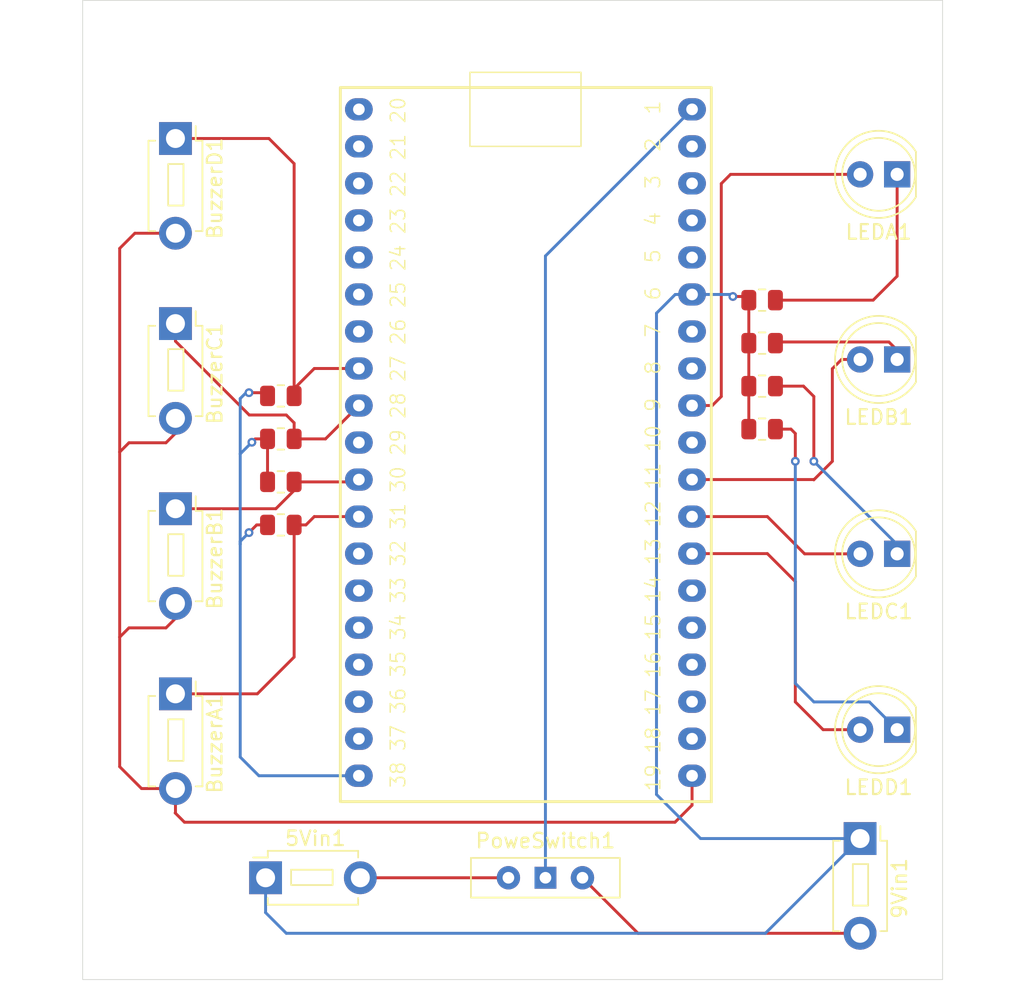
<source format=kicad_pcb>
(kicad_pcb (version 20241229) (generator "pcbnew") (generator_version "9.0")
  (layers (0 "F.Cu" signal) (2 "B.Cu" signal) (13 "F.Paste" user) (15 "B.Paste" user) (5 "F.SilkS" user "F.Silkscreen") (7 "B.SilkS" user "B.Silkscreen") (1 "F.Mask" user) (3 "B.Mask" user) (25 "Edge.Cuts" user))
  (net 0 "")
  (net 1 "Net-(5Vin1-Pad1)")
  (net 2 "Net-(PoweSwitch1-C)")
  (net 3 "Net-(PoweSwitch1-A)")
  (net 4 "Net-(U1-3.3v)")
  (net 5 "Net-(U1-GPIO19)")
  (net 6 "Net-(U1-GPIO18)")
  (net 7 "Net-(U1-GPIO17)")
  (net 8 "Net-(U1-GPIO16)")
  (net 9 "Net-(LEDA1-K)")
  (net 10 "Net-(LEDA1-A)")
  (net 11 "Net-(LEDB1-K)")
  (net 12 "Net-(LEDB1-A)")
  (net 13 "Net-(LEDC1-A)")
  (net 14 "Net-(LEDC1-K)")
  (net 15 "Net-(LEDD1-K)")
  (net 16 "Net-(LEDD1-A)")
  (net 17 "Net-(PoweSwitch1-B)")
  (net 18 "Net-(R1-Pad2)")
  (footprint "MountingHole:MountingHole_3.2mm_M3" (layer "F.Cu") (at 178.308 75.692)
    (property "Reference" "REF**" (hide yes))
    (property "Value" "MountingHole_3.2mm_M3")
    (pad "" np_thru_hole circle (at 0 0) (size 3.2 3.2) (drill 3.2) (layers "*.Cu" "*.Mask"))
  )
  (footprint "Button_Switch_THT:SW_Slide-03_Wuerth-WS-SLTV_10x2.5x6.4_P2.54mm" (layer "F.Cu") (at 154.94 132.08)
    (property "Reference" "PoweSwitch1" (at 0 -2.54 0) (layer "F.SilkS"))
    (property "Value" "SPDT")
    (fp_rect (start -5.11 -1.36) (end 5.11 1.36) (stroke (width 0.12)) (fill no) (layer "F.SilkS"))
    (pad "1" thru_hole rect (at 0 0) (size 1.5 1.5) (drill 0.8) (layers "*.Cu" "*.Mask") (net 17 "Net-(PoweSwitch1-B)"))
    (pad "2" thru_hole circle (at -2.54 0) (size 1.6 1.6) (drill 0.8) (layers "*.Cu" "*.Mask") (net 2 "Net-(PoweSwitch1-C)"))
    (pad "3" thru_hole circle (at 2.54 0) (size 1.6 1.6) (drill 0.8) (layers "*.Cu" "*.Mask") (net 3 "Net-(PoweSwitch1-A)"))
  )
  (footprint "Button_Switch_THT:SW_PUSH_1P1T_6x3.5mm_H4.3_APEM_MJTP1243" (layer "F.Cu") (at 129.556203 94.059885 -90)
    (property "Reference" "BuzzerC1" (at 3.42 -2.7 90) (layer "F.SilkS"))
    (property "Value" "SPST")
    (fp_line (start 0.15 1.85) (end 6.35 1.85) (stroke (width 0.12)) (layer "F.SilkS"))
    (fp_line (start 0.15 1.39) (end 0.15 1.85) (stroke (width 0.12)) (layer "F.SilkS"))
    (fp_line (start 6.35 1.39) (end 6.35 1.85) (stroke (width 0.12)) (layer "F.SilkS"))
    (fp_line (start 0.15 -1.39) (end -0.85 -1.39) (stroke (width 0.12)) (layer "F.SilkS"))
    (fp_line (start 0.15 -1.85) (end 0.15 -1.39) (stroke (width 0.12)) (layer "F.SilkS"))
    (fp_line (start 6.35 -1.85) (end 6.35 -1.39) (stroke (width 0.12)) (layer "F.SilkS"))
    (fp_line (start 6.35 -1.85) (end 0.15 -1.85) (stroke (width 0.12)) (layer "F.SilkS"))
    (fp_rect (start 1.75 -0.55) (end 4.6 0.5) (stroke (width 0.12)) (fill no) (layer "F.SilkS"))
    (pad "1" thru_hole rect (at 0 0) (size 2.25 2.25) (drill 1.3) (layers "*.Cu" "*.Mask") (net 7 "Net-(U1-GPIO17)"))
    (pad "2" thru_hole circle (at 6.5 0) (size 2.25 2.25) (drill 1.3) (layers "*.Cu" "*.Mask") (net 4 "Net-(U1-3.3v)"))
  )
  (footprint "Button_Switch_THT:SW_PUSH_1P1T_6x3.5mm_H4.3_APEM_MJTP1243" (layer "F.Cu") (at 176.53 129.39 -90)
    (property "Reference" "9Vin1" (at 3.42 -2.7 90) (layer "F.SilkS"))
    (property "Value" "Power")
    (fp_line (start 0.15 1.85) (end 6.35 1.85) (stroke (width 0.12)) (layer "F.SilkS"))
    (fp_line (start 0.15 1.39) (end 0.15 1.85) (stroke (width 0.12)) (layer "F.SilkS"))
    (fp_line (start 6.35 1.39) (end 6.35 1.85) (stroke (width 0.12)) (layer "F.SilkS"))
    (fp_line (start 0.15 -1.39) (end -0.85 -1.39) (stroke (width 0.12)) (layer "F.SilkS"))
    (fp_line (start 0.15 -1.85) (end 0.15 -1.39) (stroke (width 0.12)) (layer "F.SilkS"))
    (fp_line (start 6.35 -1.85) (end 6.35 -1.39) (stroke (width 0.12)) (layer "F.SilkS"))
    (fp_line (start 6.35 -1.85) (end 0.15 -1.85) (stroke (width 0.12)) (layer "F.SilkS"))
    (fp_rect (start 1.75 -0.55) (end 4.6 0.5) (stroke (width 0.12)) (fill no) (layer "F.SilkS"))
    (pad "1" thru_hole rect (at 0 0) (size 2.25 2.25) (drill 1.3) (layers "*.Cu" "*.Mask") (net 1 "Net-(5Vin1-Pad1)"))
    (pad "2" thru_hole circle (at 6.5 0) (size 2.25 2.25) (drill 1.3) (layers "*.Cu" "*.Mask") (net 3 "Net-(PoweSwitch1-A)"))
  )
  (footprint "MountingHole:MountingHole_3.2mm_M3" (layer "F.Cu") (at 127 135.128)
    (property "Reference" "REF**" (hide yes))
    (property "Value" "MountingHole_3.2mm_M3")
    (pad "" np_thru_hole circle (at 0 0) (size 3.2 3.2) (drill 3.2) (layers "*.Cu" "*.Mask"))
  )
  (footprint "Resistor_SMD:R_0805_2012Metric" (layer "F.Cu") (at 169.806297 95.400115)
    (property "Reference" "R6" (hide yes))
    (property "Value" "220R" (hide yes))
    (fp_line (start -0.227064 -0.735) (end 0.227064 -0.735) (stroke (width 0.12)) (layer "F.SilkS"))
    (fp_line (start -0.227064 0.735) (end 0.227064 0.735) (stroke (width 0.12)) (layer "F.SilkS"))
    (pad "1" smd roundrect (at -0.9125 0) (size 1.025 1.4) (layers "F.Cu" "F.Mask" "F.Paste") (roundrect_rratio 0.243902) (net 1 "Net-(5Vin1-Pad1)"))
    (pad "2" smd roundrect (at 0.9125 0) (size 1.025 1.4) (layers "F.Cu" "F.Mask" "F.Paste") (roundrect_rratio 0.243902) (net 11 "Net-(LEDB1-K)"))
  )
  (footprint "Resistor_SMD:R_0805_2012Metric" (layer "F.Cu") (at 169.806297 92.450115)
    (property "Reference" "R5" (hide yes))
    (property "Value" "220R" (hide yes))
    (fp_line (start -0.227064 -0.735) (end 0.227064 -0.735) (stroke (width 0.12)) (layer "F.SilkS"))
    (fp_line (start -0.227064 0.735) (end 0.227064 0.735) (stroke (width 0.12)) (layer "F.SilkS"))
    (pad "1" smd roundrect (at -0.9125 0) (size 1.025 1.4) (layers "F.Cu" "F.Mask" "F.Paste") (roundrect_rratio 0.243902) (net 1 "Net-(5Vin1-Pad1)"))
    (pad "2" smd roundrect (at 0.9125 0) (size 1.025 1.4) (layers "F.Cu" "F.Mask" "F.Paste") (roundrect_rratio 0.243902) (net 9 "Net-(LEDA1-K)"))
  )
  (footprint "LED_THT:LED_D5.0mm" (layer "F.Cu") (at 179.07 96.52 180)
    (property "Reference" "LEDB1" (at 1.27 -3.96 0) (layer "F.SilkS"))
    (property "Value" "~")
    (fp_line (start -1.29 -1.545) (end -1.29 1.545) (stroke (width 0.12)) (layer "F.SilkS"))
    (fp_arc (start 4.26 0) (mid 2.071779 2.880495) (end -1.29 1.54483) (stroke (width 0.12)) (layer "F.SilkS"))
    (fp_arc (start -1.29 -1.54483) (mid 2.071779 -2.880495) (end 4.26 0) (stroke (width 0.12)) (layer "F.SilkS"))
    (fp_circle (center 1.27 0) (end 3.77 0) (stroke (width 0.12)) (fill no) (layer "F.SilkS"))
    (pad "1" thru_hole rect (at 0 0 180) (size 1.8 1.8) (drill 0.9) (layers "*.Cu" "*.Mask") (net 11 "Net-(LEDB1-K)"))
    (pad "2" thru_hole circle (at 2.54 0 180) (size 1.8 1.8) (drill 0.9) (layers "*.Cu" "*.Mask") (net 12 "Net-(LEDB1-A)"))
  )
  (footprint "Resistor_SMD:R_0805_2012Metric" (layer "F.Cu") (at 169.806297 98.350115)
    (property "Reference" "R7" (hide yes))
    (property "Value" "220R" (hide yes))
    (fp_line (start -0.227064 -0.735) (end 0.227064 -0.735) (stroke (width 0.12)) (layer "F.SilkS"))
    (fp_line (start -0.227064 0.735) (end 0.227064 0.735) (stroke (width 0.12)) (layer "F.SilkS"))
    (pad "1" smd roundrect (at -0.9125 0) (size 1.025 1.4) (layers "F.Cu" "F.Mask" "F.Paste") (roundrect_rratio 0.243902) (net 1 "Net-(5Vin1-Pad1)"))
    (pad "2" smd roundrect (at 0.9125 0) (size 1.025 1.4) (layers "F.Cu" "F.Mask" "F.Paste") (roundrect_rratio 0.243902) (net 14 "Net-(LEDC1-K)"))
  )
  (footprint "Resistor_SMD:R_0805_2012Metric" (layer "F.Cu") (at 136.786297 99.020115 180)
    (property "Reference" "R4" (hide yes))
    (property "Value" "220R" (hide yes))
    (fp_line (start -0.227064 0.735) (end 0.227064 0.735) (stroke (width 0.12)) (layer "F.SilkS"))
    (fp_line (start -0.227064 -0.735) (end 0.227064 -0.735) (stroke (width 0.12)) (layer "F.SilkS"))
    (pad "1" smd roundrect (at -0.9125 0 180) (size 1.025 1.4) (layers "F.Cu" "F.Mask" "F.Paste") (roundrect_rratio 0.243902) (net 8 "Net-(U1-GPIO16)"))
    (pad "2" smd roundrect (at 0.9125 0 180) (size 1.025 1.4) (layers "F.Cu" "F.Mask" "F.Paste") (roundrect_rratio 0.243902) (net 18 "Net-(R1-Pad2)"))
  )
  (footprint "LED_THT:LED_D5.0mm" (layer "F.Cu") (at 179.07 83.82 180)
    (property "Reference" "LEDA1" (at 1.27 -3.96 0) (layer "F.SilkS"))
    (property "Value" "~")
    (fp_line (start -1.29 -1.545) (end -1.29 1.545) (stroke (width 0.12)) (layer "F.SilkS"))
    (fp_arc (start 4.26 0) (mid 2.071779 2.880495) (end -1.29 1.54483) (stroke (width 0.12)) (layer "F.SilkS"))
    (fp_arc (start -1.29 -1.54483) (mid 2.071779 -2.880495) (end 4.26 0) (stroke (width 0.12)) (layer "F.SilkS"))
    (fp_circle (center 1.27 0) (end 3.77 0) (stroke (width 0.12)) (fill no) (layer "F.SilkS"))
    (pad "1" thru_hole rect (at 0 0 180) (size 1.8 1.8) (drill 0.9) (layers "*.Cu" "*.Mask") (net 9 "Net-(LEDA1-K)"))
    (pad "2" thru_hole circle (at 2.54 0 180) (size 1.8 1.8) (drill 0.9) (layers "*.Cu" "*.Mask") (net 10 "Net-(LEDA1-A)"))
  )
  (footprint "LED_THT:LED_D5.0mm" (layer "F.Cu") (at 179.07 109.855 180)
    (property "Reference" "LEDC1" (at 1.27 -3.96 0) (layer "F.SilkS"))
    (property "Value" "~")
    (fp_line (start -1.29 -1.545) (end -1.29 1.545) (stroke (width 0.12)) (layer "F.SilkS"))
    (fp_arc (start 4.26 0) (mid 2.071779 2.880495) (end -1.29 1.54483) (stroke (width 0.12)) (layer "F.SilkS"))
    (fp_arc (start -1.29 -1.54483) (mid 2.071779 -2.880495) (end 4.26 0) (stroke (width 0.12)) (layer "F.SilkS"))
    (fp_circle (center 1.27 0) (end 3.77 0) (stroke (width 0.12)) (fill no) (layer "F.SilkS"))
    (pad "1" thru_hole rect (at 0 0 180) (size 1.8 1.8) (drill 0.9) (layers "*.Cu" "*.Mask") (net 14 "Net-(LEDC1-K)"))
    (pad "2" thru_hole circle (at 2.54 0 180) (size 1.8 1.8) (drill 0.9) (layers "*.Cu" "*.Mask") (net 13 "Net-(LEDC1-A)"))
  )
  (footprint "ESP32:ESP32_38pin" (layer "F.Cu") (at 153.456183 102.385111 180)
    (property "Reference" "U1" (hide yes))
    (property "Value" "~")
    (fp_rect (start -3.923817 20.485111) (end 3.696183 25.565111) (stroke (width 0.1)) (fill no) (layer "F.SilkS"))
    (fp_rect (start -12.865114 -24.470004) (end 12.586183 24.521298) (stroke (width 0.2)) (fill no) (layer "F.SilkS"))
    (fp_text user "38 37 36 35 34 33 32 31 30 29 28 27 26 25 24 23 22 21 20" (at 8.040472 -23.602831 90) (layer "F.SilkS") (effects (font (size 1 0.95) (thickness 0.1)) (justify left bottom)))
    (fp_text user "19 18 17 16 15 14 13 12 11 10" (at -9.456926 -23.821627 90) (layer "F.SilkS") (effects (font (size 1 0.97) (thickness 0.1)) (justify left bottom)))
    (fp_text user "  9  8  7  6  5  4  3  2  1" (at -9.445416 0.623035 90) (layer "F.SilkS") (effects (font (size 1 1.03) (thickness 0.1)) (justify left bottom)))
    (pad "1" thru_hole oval (at -11.543817 23.025111 90) (size 1.524 1.9) (drill 0.8) (layers "*.Cu" "*.Mask") (net 17 "Net-(PoweSwitch1-B)"))
    (pad "2" thru_hole oval (at -11.543817 20.485111 90) (size 1.524 1.9) (drill 0.8) (layers "*.Cu" "*.Mask"))
    (pad "3" thru_hole oval (at -11.543817 17.945111 90) (size 1.524 1.9) (drill 0.8) (layers "*.Cu" "*.Mask"))
    (pad "4" thru_hole oval (at -11.543817 15.405111 90) (size 1.524 1.9) (drill 0.8) (layers "*.Cu" "*.Mask"))
    (pad "5" thru_hole oval (at -11.543817 12.865111 90) (size 1.524 1.9) (drill 0.8) (layers "*.Cu" "*.Mask"))
    (pad "6" thru_hole oval (at -11.543817 10.325111 90) (size 1.524 1.9) (drill 0.8) (layers "*.Cu" "*.Mask") (net 1 "Net-(5Vin1-Pad1)"))
    (pad "7" thru_hole oval (at -11.543817 7.785111 90) (size 1.524 1.9) (drill 0.8) (layers "*.Cu" "*.Mask"))
    (pad "8" thru_hole oval (at -11.543817 5.245111 90) (size 1.524 1.9) (drill 0.8) (layers "*.Cu" "*.Mask"))
    (pad "9" thru_hole oval (at -11.543817 2.705111 90) (size 1.524 1.9) (drill 0.8) (layers "*.Cu" "*.Mask") (net 10 "Net-(LEDA1-A)"))
    (pad "10" thru_hole oval (at -11.543817 0.165111 90) (size 1.524 1.9) (drill 0.8) (layers "*.Cu" "*.Mask"))
    (pad "11" thru_hole oval (at -11.543817 -2.374889 90) (size 1.524 1.9) (drill 0.8) (layers "*.Cu" "*.Mask") (net 12 "Net-(LEDB1-A)"))
    (pad "12" thru_hole oval (at -11.543817 -4.914889 90) (size 1.524 1.9) (drill 0.8) (layers "*.Cu" "*.Mask") (net 13 "Net-(LEDC1-A)"))
    (pad "13" thru_hole oval (at -11.543817 -7.454889 90) (size 1.524 1.9) (drill 0.8) (layers "*.Cu" "*.Mask") (net 16 "Net-(LEDD1-A)"))
    (pad "14" thru_hole oval (at -11.543817 -9.994889 90) (size 1.524 1.9) (drill 0.8) (layers "*.Cu" "*.Mask"))
    (pad "15" thru_hole oval (at -11.543817 -12.534889 90) (size 1.524 1.9) (drill 0.8) (layers "*.Cu" "*.Mask"))
    (pad "16" thru_hole oval (at -11.543817 -15.074889 90) (size 1.524 1.9) (drill 0.8) (layers "*.Cu" "*.Mask"))
    (pad "17" thru_hole oval (at -11.543817 -17.614889 90) (size 1.524 1.9) (drill 0.8) (layers "*.Cu" "*.Mask"))
    (pad "18" thru_hole oval (at -11.543817 -20.154889 90) (size 1.524 1.9) (drill 0.8) (layers "*.Cu" "*.Mask"))
    (pad "19" thru_hole oval (at -11.543817 -22.694889 90) (size 1.524 1.9) (drill 0.8) (layers "*.Cu" "*.Mask") (net 4 "Net-(U1-3.3v)"))
    (pad "20" thru_hole oval (at 11.316183 23.025111 90) (size 1.524 1.9) (drill 0.8) (layers "*.Cu" "*.Mask"))
    (pad "21" thru_hole oval (at 11.316183 20.485111 90) (size 1.524 1.9) (drill 0.8) (layers "*.Cu" "*.Mask"))
    (pad "22" thru_hole oval (at 11.316183 17.945111 90) (size 1.524 1.9) (drill 0.8) (layers "*.Cu" "*.Mask"))
    (pad "23" thru_hole oval (at 11.316183 15.405111 90) (size 1.524 1.9) (drill 0.8) (layers "*.Cu" "*.Mask"))
    (pad "24" thru_hole oval (at 11.316183 12.865111 90) (size 1.524 1.9) (drill 0.8) (layers "*.Cu" "*.Mask"))
    (pad "25" thru_hole oval (at 11.316183 10.325111 90) (size 1.524 1.9) (drill 0.8) (layers "*.Cu" "*.Mask"))
    (pad "26" thru_hole oval (at 11.316183 7.785111 90) (size 1.524 1.9) (drill 0.8) (layers "*.Cu" "*.Mask"))
    (pad "27" thru_hole oval (at 11.316183 5.245111 90) (size 1.524 1.9) (drill 0.8) (layers "*.Cu" "*.Mask") (net 8 "Net-(U1-GPIO16)"))
    (pad "28" thru_hole oval (at 11.316183 2.705111 90) (size 1.524 1.9) (drill 0.8) (layers "*.Cu" "*.Mask") (net 7 "Net-(U1-GPIO17)"))
    (pad "29" thru_hole oval (at 11.316183 0.165111 90) (size 1.524 1.9) (drill 0.8) (layers "*.Cu" "*.Mask"))
    (pad "30" thru_hole oval (at 11.316183 -2.374889 90) (size 1.524 1.9) (drill 0.8) (layers "*.Cu" "*.Mask") (net 6 "Net-(U1-GPIO18)"))
    (pad "31" thru_hole oval (at 11.316183 -4.914889 90) (size 1.524 1.9) (drill 0.8) (layers "*.Cu" "*.Mask") (net 5 "Net-(U1-GPIO19)"))
    (pad "32" thru_hole oval (at 11.316183 -7.454889 90) (size 1.524 1.9) (drill 0.8) (layers "*.Cu" "*.Mask"))
    (pad "33" thru_hole oval (at 11.316183 -9.994889 90) (size 1.524 1.9) (drill 0.8) (layers "*.Cu" "*.Mask"))
    (pad "34" thru_hole oval (at 11.316183 -12.534889 90) (size 1.524 1.9) (drill 0.8) (layers "*.Cu" "*.Mask"))
    (pad "35" thru_hole oval (at 11.316183 -15.074889 90) (size 1.524 1.9) (drill 0.8) (layers "*.Cu" "*.Mask"))
    (pad "36" thru_hole oval (at 11.316183 -17.614889 90) (size 1.524 1.9) (drill 0.8) (layers "*.Cu" "*.Mask"))
    (pad "37" thru_hole oval (at 11.316183 -20.154889 90) (size 1.524 1.9) (drill 0.8) (layers "*.Cu" "*.Mask"))
    (pad "38" thru_hole oval (at 11.316183 -22.694889 90) (size 1.524 1.9) (drill 0.8) (layers "*.Cu" "*.Mask") (net 18 "Net-(R1-Pad2)"))
  )
  (footprint "Resistor_SMD:R_0805_2012Metric" (layer "F.Cu") (at 136.786297 107.870115 180)
    (property "Reference" "R1" (hide yes))
    (property "Value" "220R" (hide yes))
    (fp_line (start -0.227064 0.735) (end 0.227064 0.735) (stroke (width 0.12)) (layer "F.SilkS"))
    (fp_line (start -0.227064 -0.735) (end 0.227064 -0.735) (stroke (width 0.12)) (layer "F.SilkS"))
    (pad "1" smd roundrect (at -0.9125 0 180) (size 1.025 1.4) (layers "F.Cu" "F.Mask" "F.Paste") (roundrect_rratio 0.243902) (net 5 "Net-(U1-GPIO19)"))
    (pad "2" smd roundrect (at 0.9125 0 180) (size 1.025 1.4) (layers "F.Cu" "F.Mask" "F.Paste") (roundrect_rratio 0.243902) (net 18 "Net-(R1-Pad2)"))
  )
  (footprint "LED_THT:LED_D5.0mm" (layer "F.Cu") (at 179.07 121.92 180)
    (property "Reference" "LEDD1" (at 1.27 -3.96 0) (layer "F.SilkS"))
    (property "Value" "~")
    (fp_line (start -1.29 -1.545) (end -1.29 1.545) (stroke (width 0.12)) (layer "F.SilkS"))
    (fp_arc (start 4.26 0) (mid 2.071779 2.880495) (end -1.29 1.54483) (stroke (width 0.12)) (layer "F.SilkS"))
    (fp_arc (start -1.29 -1.54483) (mid 2.071779 -2.880495) (end 4.26 0) (stroke (width 0.12)) (layer "F.SilkS"))
    (fp_circle (center 1.27 0) (end 3.77 0) (stroke (width 0.12)) (fill no) (layer "F.SilkS"))
    (pad "1" thru_hole rect (at 0 0 180) (size 1.8 1.8) (drill 0.9) (layers "*.Cu" "*.Mask") (net 15 "Net-(LEDD1-K)"))
    (pad "2" thru_hole circle (at 2.54 0 180) (size 1.8 1.8) (drill 0.9) (layers "*.Cu" "*.Mask") (net 16 "Net-(LEDD1-A)"))
  )
  (footprint "Button_Switch_THT:SW_PUSH_1P1T_6x3.5mm_H4.3_APEM_MJTP1243" (layer "F.Cu") (at 135.74 132.08)
    (property "Reference" "5Vin1" (at 3.42 -2.7 0) (layer "F.SilkS"))
    (property "Value" "Power")
    (fp_line (start 0.15 -1.85) (end 0.15 -1.39) (stroke (width 0.12)) (layer "F.SilkS"))
    (fp_line (start 0.15 -1.39) (end -0.85 -1.39) (stroke (width 0.12)) (layer "F.SilkS"))
    (fp_line (start 0.15 1.39) (end 0.15 1.85) (stroke (width 0.12)) (layer "F.SilkS"))
    (fp_line (start 0.15 1.85) (end 6.35 1.85) (stroke (width 0.12)) (layer "F.SilkS"))
    (fp_line (start 6.35 -1.85) (end 0.15 -1.85) (stroke (width 0.12)) (layer "F.SilkS"))
    (fp_line (start 6.35 -1.85) (end 6.35 -1.39) (stroke (width 0.12)) (layer "F.SilkS"))
    (fp_line (start 6.35 1.39) (end 6.35 1.85) (stroke (width 0.12)) (layer "F.SilkS"))
    (fp_rect (start 1.75 -0.55) (end 4.6 0.5) (stroke (width 0.12)) (fill no) (layer "F.SilkS"))
    (pad "1" thru_hole rect (at 0 0 90) (size 2.25 2.25) (drill 1.3) (layers "*.Cu" "*.Mask") (net 1 "Net-(5Vin1-Pad1)"))
    (pad "2" thru_hole circle (at 6.5 0 90) (size 2.25 2.25) (drill 1.3) (layers "*.Cu" "*.Mask") (net 2 "Net-(PoweSwitch1-C)"))
  )
  (footprint "Button_Switch_THT:SW_PUSH_1P1T_6x3.5mm_H4.3_APEM_MJTP1243" (layer "F.Cu") (at 129.556203 106.759885 -90)
    (property "Reference" "BuzzerB1" (at 3.42 -2.7 90) (layer "F.SilkS"))
    (property "Value" "SPST")
    (fp_line (start 0.15 1.85) (end 6.35 1.85) (stroke (width 0.12)) (layer "F.SilkS"))
    (fp_line (start 0.15 1.39) (end 0.15 1.85) (stroke (width 0.12)) (layer "F.SilkS"))
    (fp_line (start 6.35 1.39) (end 6.35 1.85) (stroke (width 0.12)) (layer "F.SilkS"))
    (fp_line (start 0.15 -1.39) (end -0.85 -1.39) (stroke (width 0.12)) (layer "F.SilkS"))
    (fp_line (start 0.15 -1.85) (end 0.15 -1.39) (stroke (width 0.12)) (layer "F.SilkS"))
    (fp_line (start 6.35 -1.85) (end 6.35 -1.39) (stroke (width 0.12)) (layer "F.SilkS"))
    (fp_line (start 6.35 -1.85) (end 0.15 -1.85) (stroke (width 0.12)) (layer "F.SilkS"))
    (fp_rect (start 1.75 -0.55) (end 4.6 0.5) (stroke (width 0.12)) (fill no) (layer "F.SilkS"))
    (pad "1" thru_hole rect (at 0 0) (size 2.25 2.25) (drill 1.3) (layers "*.Cu" "*.Mask") (net 6 "Net-(U1-GPIO18)"))
    (pad "2" thru_hole circle (at 6.5 0) (size 2.25 2.25) (drill 1.3) (layers "*.Cu" "*.Mask") (net 4 "Net-(U1-3.3v)"))
  )
  (footprint "Resistor_SMD:R_0805_2012Metric" (layer "F.Cu") (at 136.786297 101.970115 180)
    (property "Reference" "R3" (hide yes))
    (property "Value" "220R" (hide yes))
    (fp_line (start -0.227064 0.735) (end 0.227064 0.735) (stroke (width 0.12)) (layer "F.SilkS"))
    (fp_line (start -0.227064 -0.735) (end 0.227064 -0.735) (stroke (width 0.12)) (layer "F.SilkS"))
    (pad "1" smd roundrect (at -0.9125 0 180) (size 1.025 1.4) (layers "F.Cu" "F.Mask" "F.Paste") (roundrect_rratio 0.243902) (net 7 "Net-(U1-GPIO17)"))
    (pad "2" smd roundrect (at 0.9125 0 180) (size 1.025 1.4) (layers "F.Cu" "F.Mask" "F.Paste") (roundrect_rratio 0.243902) (net 18 "Net-(R1-Pad2)"))
  )
  (footprint "Button_Switch_THT:SW_PUSH_1P1T_6x3.5mm_H4.3_APEM_MJTP1243" (layer "F.Cu") (at 129.556203 81.359885 -90)
    (property "Reference" "BuzzerD1" (at 3.42 -2.7 90) (layer "F.SilkS"))
    (property "Value" "SPST")
    (fp_line (start 0.15 1.85) (end 6.35 1.85) (stroke (width 0.12)) (layer "F.SilkS"))
    (fp_line (start 0.15 1.39) (end 0.15 1.85) (stroke (width 0.12)) (layer "F.SilkS"))
    (fp_line (start 6.35 1.39) (end 6.35 1.85) (stroke (width 0.12)) (layer "F.SilkS"))
    (fp_line (start 0.15 -1.39) (end -0.85 -1.39) (stroke (width 0.12)) (layer "F.SilkS"))
    (fp_line (start 0.15 -1.85) (end 0.15 -1.39) (stroke (width 0.12)) (layer "F.SilkS"))
    (fp_line (start 6.35 -1.85) (end 6.35 -1.39) (stroke (width 0.12)) (layer "F.SilkS"))
    (fp_line (start 6.35 -1.85) (end 0.15 -1.85) (stroke (width 0.12)) (layer "F.SilkS"))
    (fp_rect (start 1.75 -0.55) (end 4.6 0.5) (stroke (width 0.12)) (fill no) (layer "F.SilkS"))
    (pad "1" thru_hole rect (at 0 0) (size 2.25 2.25) (drill 1.3) (layers "*.Cu" "*.Mask") (net 8 "Net-(U1-GPIO16)"))
    (pad "2" thru_hole circle (at 6.5 0) (size 2.25 2.25) (drill 1.3) (layers "*.Cu" "*.Mask") (net 4 "Net-(U1-3.3v)"))
  )
  (footprint "Resistor_SMD:R_0805_2012Metric" (layer "F.Cu") (at 136.786297 104.920115 180)
    (property "Reference" "R2" (hide yes))
    (property "Value" "220R" (hide yes))
    (fp_line (start -0.227064 0.735) (end 0.227064 0.735) (stroke (width 0.12)) (layer "F.SilkS"))
    (fp_line (start -0.227064 -0.735) (end 0.227064 -0.735) (stroke (width 0.12)) (layer "F.SilkS"))
    (pad "1" smd roundrect (at -0.9125 0 180) (size 1.025 1.4) (layers "F.Cu" "F.Mask" "F.Paste") (roundrect_rratio 0.243902) (net 6 "Net-(U1-GPIO18)"))
    (pad "2" smd roundrect (at 0.9125 0 180) (size 1.025 1.4) (layers "F.Cu" "F.Mask" "F.Paste") (roundrect_rratio 0.243902) (net 18 "Net-(R1-Pad2)"))
  )
  (footprint "MountingHole:MountingHole_3.2mm_M3" (layer "F.Cu") (at 127 75.692)
    (property "Reference" "REF**" (hide yes))
    (property "Value" "MountingHole_3.2mm_M3")
    (pad "" np_thru_hole circle (at 0 0) (size 3.2 3.2) (drill 3.2) (layers "*.Cu" "*.Mask"))
  )
  (footprint "Button_Switch_THT:SW_PUSH_1P1T_6x3.5mm_H4.3_APEM_MJTP1243" (layer "F.Cu") (at 129.556203 119.459885 -90)
    (property "Reference" "BuzzerA1" (at 3.42 -2.7 90) (layer "F.SilkS"))
    (property "Value" "SPST")
    (fp_line (start 0.15 1.85) (end 6.35 1.85) (stroke (width 0.12)) (layer "F.SilkS"))
    (fp_line (start 0.15 1.39) (end 0.15 1.85) (stroke (width 0.12)) (layer "F.SilkS"))
    (fp_line (start 6.35 1.39) (end 6.35 1.85) (stroke (width 0.12)) (layer "F.SilkS"))
    (fp_line (start 0.15 -1.39) (end -0.85 -1.39) (stroke (width 0.12)) (layer "F.SilkS"))
    (fp_line (start 0.15 -1.85) (end 0.15 -1.39) (stroke (width 0.12)) (layer "F.SilkS"))
    (fp_line (start 6.35 -1.85) (end 6.35 -1.39) (stroke (width 0.12)) (layer "F.SilkS"))
    (fp_line (start 6.35 -1.85) (end 0.15 -1.85) (stroke (width 0.12)) (layer "F.SilkS"))
    (fp_rect (start 1.75 -0.55) (end 4.6 0.5) (stroke (width 0.12)) (fill no) (layer "F.SilkS"))
    (pad "1" thru_hole rect (at 0 0) (size 2.25 2.25) (drill 1.3) (layers "*.Cu" "*.Mask") (net 5 "Net-(U1-GPIO19)"))
    (pad "2" thru_hole circle (at 6.5 0) (size 2.25 2.25) (drill 1.3) (layers "*.Cu" "*.Mask") (net 4 "Net-(U1-3.3v)"))
  )
  (footprint "Resistor_SMD:R_0805_2012Metric" (layer "F.Cu") (at 169.806297 101.300115)
    (property "Reference" "R8" (hide yes))
    (property "Value" "220R" (hide yes))
    (fp_line (start -0.227064 -0.735) (end 0.227064 -0.735) (stroke (width 0.12)) (layer "F.SilkS"))
    (fp_line (start -0.227064 0.735) (end 0.227064 0.735) (stroke (width 0.12)) (layer "F.SilkS"))
    (pad "1" smd roundrect (at -0.9125 0) (size 1.025 1.4) (layers "F.Cu" "F.Mask" "F.Paste") (roundrect_rratio 0.243902) (net 1 "Net-(5Vin1-Pad1)"))
    (pad "2" smd roundrect (at 0.9125 0) (size 1.025 1.4) (layers "F.Cu" "F.Mask" "F.Paste") (roundrect_rratio 0.243902) (net 15 "Net-(LEDD1-K)"))
  )
  (gr_rect (start 123.19 71.882) (end 182.19 139.065) (stroke (width 0.05)) (fill no) (layer "Edge.Cuts"))
  (segment (start 167.8 92.2) (end 168.643682 92.2) (width 0.2) (layer "F.Cu") (net 1))
  (segment (start 168.893797 101.300115) (end 168.893797 92.450115) (width 0.2) (layer "F.Cu") (net 1))
  (segment (start 168.643682 92.2) (end 168.893797 92.450115) (width 0.2) (layer "F.Cu") (net 1))
  (via (at 167.8 92.2) (size 0.6) (drill 0.3) (layers "F.Cu" "B.Cu") (net 1))
  (segment (start 162.56 93.345) (end 163.845 92.06) (width 0.2) (layer "B.Cu") (net 1))
  (segment (start 165.585 129.39) (end 162.56 126.365) (width 0.2) (layer "B.Cu") (net 1))
  (segment (start 135.74 134.47) (end 137.16 135.89) (width 0.2) (layer "B.Cu") (net 1))
  (segment (start 176.53 129.39) (end 165.585 129.39) (width 0.2) (layer "B.Cu") (net 1))
  (segment (start 135.74 132.08) (end 135.74 134.47) (width 0.2) (layer "B.Cu") (net 1))
  (segment (start 165 92.06) (end 167.66 92.06) (width 0.2) (layer "B.Cu") (net 1))
  (segment (start 137.16 135.89) (end 170.03 135.89) (width 0.2) (layer "B.Cu") (net 1))
  (segment (start 162.56 126.365) (end 162.56 93.345) (width 0.2) (layer "B.Cu") (net 1))
  (segment (start 167.66 92.06) (end 167.8 92.2) (width 0.2) (layer "B.Cu") (net 1))
  (segment (start 163.845 92.06) (end 165 92.06) (width 0.2) (layer "B.Cu") (net 1))
  (segment (start 170.03 135.89) (end 176.53 129.39) (width 0.2) (layer "B.Cu") (net 1))
  (segment (start 142.24 132.08) (end 152.4 132.08) (width 0.2) (layer "F.Cu") (net 2))
  (segment (start 161.29 135.89) (end 157.48 132.08) (width 0.2) (layer "F.Cu") (net 3))
  (segment (start 176.53 135.89) (end 161.29 135.89) (width 0.2) (layer "F.Cu") (net 3))
  (segment (start 129.556203 127.618797) (end 129.54 127.635) (width 0.2) (layer "F.Cu") (net 4))
  (segment (start 165 127.1) (end 165 125.08) (width 0.2) (layer "F.Cu") (net 4))
  (segment (start 129.556203 101.583797) (end 128.905 102.235) (width 0.2) (layer "F.Cu") (net 4))
  (segment (start 129.556203 113.259885) (end 129.556203 114.283797) (width 0.2) (layer "F.Cu") (net 4))
  (segment (start 128.905 102.235) (end 126.365 102.235) (width 0.2) (layer "F.Cu") (net 4))
  (segment (start 130.175 128.27) (end 163.83 128.27) (width 0.2) (layer "F.Cu") (net 4))
  (segment (start 129.556203 125.959885) (end 127.229885 125.959885) (width 0.2) (layer "F.Cu") (net 4))
  (segment (start 125.73 115.57) (end 125.73 102.87) (width 0.2) (layer "F.Cu") (net 4))
  (segment (start 129.556203 100.559885) (end 129.556203 101.583797) (width 0.2) (layer "F.Cu") (net 4))
  (segment (start 129.54 127.635) (end 130.175 128.27) (width 0.2) (layer "F.Cu") (net 4))
  (segment (start 126.365 114.935) (end 125.73 115.57) (width 0.2) (layer "F.Cu") (net 4))
  (segment (start 163.83 128.27) (end 165 127.1) (width 0.2) (layer "F.Cu") (net 4))
  (segment (start 126.770115 87.859885) (end 129.556203 87.859885) (width 0.2) (layer "F.Cu") (net 4))
  (segment (start 129.556203 125.959885) (end 129.556203 127.618797) (width 0.2) (layer "F.Cu") (net 4))
  (segment (start 128.905 114.935) (end 126.365 114.935) (width 0.2) (layer "F.Cu") (net 4))
  (segment (start 126.365 102.235) (end 125.73 102.87) (width 0.2) (layer "F.Cu") (net 4))
  (segment (start 125.73 102.87) (end 125.73 88.9) (width 0.2) (layer "F.Cu") (net 4))
  (segment (start 127.229885 125.959885) (end 125.73 124.46) (width 0.2) (layer "F.Cu") (net 4))
  (segment (start 129.556203 114.283797) (end 128.905 114.935) (width 0.2) (layer "F.Cu") (net 4))
  (segment (start 125.73 88.9) (end 126.770115 87.859885) (width 0.2) (layer "F.Cu") (net 4))
  (segment (start 125.73 124.46) (end 125.73 115.57) (width 0.2) (layer "F.Cu") (net 4))
  (segment (start 139.08 107.3) (end 142.14 107.3) (width 0.2) (layer "F.Cu") (net 5))
  (segment (start 137.698797 107.870115) (end 138.509885 107.870115) (width 0.2) (layer "F.Cu") (net 5))
  (segment (start 135.175115 119.459885) (end 129.556203 119.459885) (width 0.2) (layer "F.Cu") (net 5))
  (segment (start 137.698797 116.936203) (end 135.175115 119.459885) (width 0.2) (layer "F.Cu") (net 5))
  (segment (start 137.698797 107.870115) (end 137.698797 116.936203) (width 0.2) (layer "F.Cu") (net 5))
  (segment (start 138.509885 107.870115) (end 139.08 107.3) (width 0.2) (layer "F.Cu") (net 5))
  (segment (start 137.698797 104.920115) (end 141.979885 104.920115) (width 0.2) (layer "F.Cu") (net 6))
  (segment (start 137.698797 104.920115) (end 137.698797 105.506203) (width 0.2) (layer "F.Cu") (net 6))
  (segment (start 136.445115 106.759885) (end 129.556203 106.759885) (width 0.2) (layer "F.Cu") (net 6))
  (segment (start 137.698797 105.506203) (end 136.445115 106.759885) (width 0.2) (layer "F.Cu") (net 6))
  (segment (start 141.979885 104.920115) (end 142.14 104.76) (width 0.2) (layer "F.Cu") (net 6))
  (segment (start 137.698797 100.868797) (end 137.16 100.33) (width 0.2) (layer "F.Cu") (net 7))
  (segment (start 137.698797 101.970115) (end 139.849885 101.970115) (width 0.2) (layer "F.Cu") (net 7))
  (segment (start 137.16 100.33) (end 134.62 100.33) (width 0.2) (layer "F.Cu") (net 7))
  (segment (start 139.849885 101.970115) (end 142.14 99.68) (width 0.2) (layer "F.Cu") (net 7))
  (segment (start 137.698797 101.970115) (end 137.698797 100.868797) (width 0.2) (layer "F.Cu") (net 7))
  (segment (start 134.62 100.33) (end 129.556203 95.266203) (width 0.2) (layer "F.Cu") (net 7))
  (segment (start 129.556203 95.266203) (end 129.556203 94.059885) (width 0.2) (layer "F.Cu") (net 7))
  (segment (start 137.698797 99.020115) (end 137.698797 83.088797) (width 0.2) (layer "F.Cu") (net 8))
  (segment (start 135.969885 81.359885) (end 129.556203 81.359885) (width 0.2) (layer "F.Cu") (net 8))
  (segment (start 137.698797 83.088797) (end 135.969885 81.359885) (width 0.2) (layer "F.Cu") (net 8))
  (segment (start 137.698797 99.020115) (end 137.698797 98.521203) (width 0.2) (layer "F.Cu") (net 8))
  (segment (start 139.08 97.14) (end 142.14 97.14) (width 0.2) (layer "F.Cu") (net 8))
  (segment (start 137.698797 98.521203) (end 139.08 97.14) (width 0.2) (layer "F.Cu") (net 8))
  (segment (start 179.07 83.82) (end 179.07 90.805) (width 0.2) (layer "F.Cu") (net 9))
  (segment (start 179.07 90.805) (end 177.424885 92.450115) (width 0.2) (layer "F.Cu") (net 9))
  (segment (start 177.424885 92.450115) (end 170.718797 92.450115) (width 0.2) (layer "F.Cu") (net 9))
  (segment (start 167.64 83.82) (end 167.005 84.455) (width 0.2) (layer "F.Cu") (net 10))
  (segment (start 167.005 99.06) (end 166.385 99.68) (width 0.2) (layer "F.Cu") (net 10))
  (segment (start 166.385 99.68) (end 165 99.68) (width 0.2) (layer "F.Cu") (net 10))
  (segment (start 167.64 83.82) (end 176.53 83.82) (width 0.2) (layer "F.Cu") (net 10))
  (segment (start 167.005 84.455) (end 167.005 99.06) (width 0.2) (layer "F.Cu") (net 10))
  (segment (start 179.07 95.885) (end 178.504 95.319) (width 0.2) (layer "F.Cu") (net 11))
  (segment (start 178.504 95.319) (end 170.799912 95.319) (width 0.2) (layer "F.Cu") (net 11))
  (segment (start 170.799912 95.319) (end 170.718797 95.400115) (width 0.2) (layer "F.Cu") (net 11))
  (segment (start 179.07 96.52) (end 179.07 95.885) (width 0.2) (layer "F.Cu") (net 11))
  (segment (start 173.355 104.775) (end 173.34 104.76) (width 0.2) (layer "F.Cu") (net 12))
  (segment (start 176.53 96.52) (end 175.26 96.52) (width 0.2) (layer "F.Cu") (net 12))
  (segment (start 175.26 96.52) (end 174.625 97.155) (width 0.2) (layer "F.Cu") (net 12))
  (segment (start 174.625 103.505) (end 173.355 104.775) (width 0.2) (layer "F.Cu") (net 12))
  (segment (start 174.625 97.155) (end 174.625 103.505) (width 0.2) (layer "F.Cu") (net 12))
  (segment (start 173.34 104.76) (end 165 104.76) (width 0.2) (layer "F.Cu") (net 12))
  (segment (start 172.72 109.855) (end 170.165 107.3) (width 0.2) (layer "F.Cu") (net 13))
  (segment (start 170.165 107.3) (end 165 107.3) (width 0.2) (layer "F.Cu") (net 13))
  (segment (start 176.53 109.855) (end 172.72 109.855) (width 0.2) (layer "F.Cu") (net 13))
  (segment (start 173.355 99.06) (end 173.355 103.505) (width 0.2) (layer "F.Cu") (net 14))
  (segment (start 172.645115 98.350115) (end 173.355 99.06) (width 0.2) (layer "F.Cu") (net 14))
  (segment (start 170.718797 98.350115) (end 172.645115 98.350115) (width 0.2) (layer "F.Cu") (net 14))
  (via (at 173.355 103.505) (size 0.6) (drill 0.3) (layers "F.Cu" "B.Cu") (net 14))
  (segment (start 179.07 109.22) (end 179.07 109.855) (width 0.2) (layer "B.Cu") (net 14))
  (segment (start 173.355 103.505) (end 179.07 109.22) (width 0.2) (layer "B.Cu") (net 14))
  (segment (start 170.718797 101.300115) (end 171.785115 101.300115) (width 0.2) (layer "F.Cu") (net 15))
  (segment (start 172.085 101.6) (end 172.085 103.505) (width 0.2) (layer "F.Cu") (net 15))
  (segment (start 171.785115 101.300115) (end 172.085 101.6) (width 0.2) (layer "F.Cu") (net 15))
  (via (at 172.085 103.505) (size 0.6) (drill 0.3) (layers "F.Cu" "B.Cu") (net 15))
  (segment (start 172.085 118.745) (end 173.355 120.015) (width 0.2) (layer "B.Cu") (net 15))
  (segment (start 177.165 120.015) (end 179.07 121.92) (width 0.2) (layer "B.Cu") (net 15))
  (segment (start 172.085 103.505) (end 172.085 118.745) (width 0.2) (layer "B.Cu") (net 15))
  (segment (start 173.355 120.015) (end 177.165 120.015) (width 0.2) (layer "B.Cu") (net 15))
  (segment (start 173.99 121.92) (end 172.085 120.015) (width 0.2) (layer "F.Cu") (net 16))
  (segment (start 172.085 120.015) (end 172.085 111.76) (width 0.2) (layer "F.Cu") (net 16))
  (segment (start 172.085 111.76) (end 170.165 109.84) (width 0.2) (layer "F.Cu") (net 16))
  (segment (start 176.53 121.92) (end 173.99 121.92) (width 0.2) (layer "F.Cu") (net 16))
  (segment (start 170.165 109.84) (end 165 109.84) (width 0.2) (layer "F.Cu") (net 16))
  (segment (start 154.94 89.42) (end 165 79.36) (width 0.2) (layer "B.Cu") (net 17))
  (segment (start 154.94 132.08) (end 154.94 89.42) (width 0.2) (layer "B.Cu") (net 17))
  (segment (start 135.129885 107.870115) (end 134.6 108.4) (width 0.2) (layer "F.Cu") (net 18))
  (segment (start 134.6 98.8) (end 135.653682 98.8) (width 0.2) (layer "F.Cu") (net 18))
  (segment (start 135.029885 101.970115) (end 134.8 102.2) (width 0.2) (layer "F.Cu") (net 18))
  (segment (start 135.873797 107.870115) (end 135.129885 107.870115) (width 0.2) (layer "F.Cu") (net 18))
  (segment (start 135.653682 98.8) (end 135.873797 99.020115) (width 0.2) (layer "F.Cu") (net 18))
  (segment (start 135.873797 101.970115) (end 135.029885 101.970115) (width 0.2) (layer "F.Cu") (net 18))
  (segment (start 135.873797 104.920115) (end 135.873797 101.970115) (width 0.2) (layer "F.Cu") (net 18))
  (via (at 134.8 102.2) (size 0.6) (drill 0.3) (layers "F.Cu" "B.Cu") (net 18))
  (via (at 134.6 108.4) (size 0.6) (drill 0.3) (layers "F.Cu" "B.Cu") (net 18))
  (via (at 134.6 98.8) (size 0.6) (drill 0.3) (layers "F.Cu" "B.Cu") (net 18))
  (segment (start 134 109.2) (end 134 103) (width 0.2) (layer "B.Cu") (net 18))
  (segment (start 134.6 124.4) (end 134 123.8) (width 0.2) (layer "B.Cu") (net 18))
  (segment (start 134 123.8) (end 134 109.2) (width 0.2) (layer "B.Cu") (net 18))
  (segment (start 134 109) (end 134 109.2) (width 0.2) (layer "B.Cu") (net 18))
  (segment (start 134.4 98.8) (end 134.6 98.8) (width 0.2) (layer "B.Cu") (net 18))
  (segment (start 134 103) (end 134 99.2) (width 0.2) (layer "B.Cu") (net 18))
  (segment (start 142.14 125.08) (end 135.28 125.08) (width 0.2) (layer "B.Cu") (net 18))
  (segment (start 135.28 125.08) (end 134.6 124.4) (width 0.2) (layer "B.Cu") (net 18))
  (segment (start 134 99.2) (end 134.4 98.8) (width 0.2) (layer "B.Cu") (net 18))
  (segment (start 134.6 108.4) (end 134 109) (width 0.2) (layer "B.Cu") (net 18))
  (segment (start 134.8 102.2) (end 134 103) (width 0.2) (layer "B.Cu") (net 18))
)
</source>
